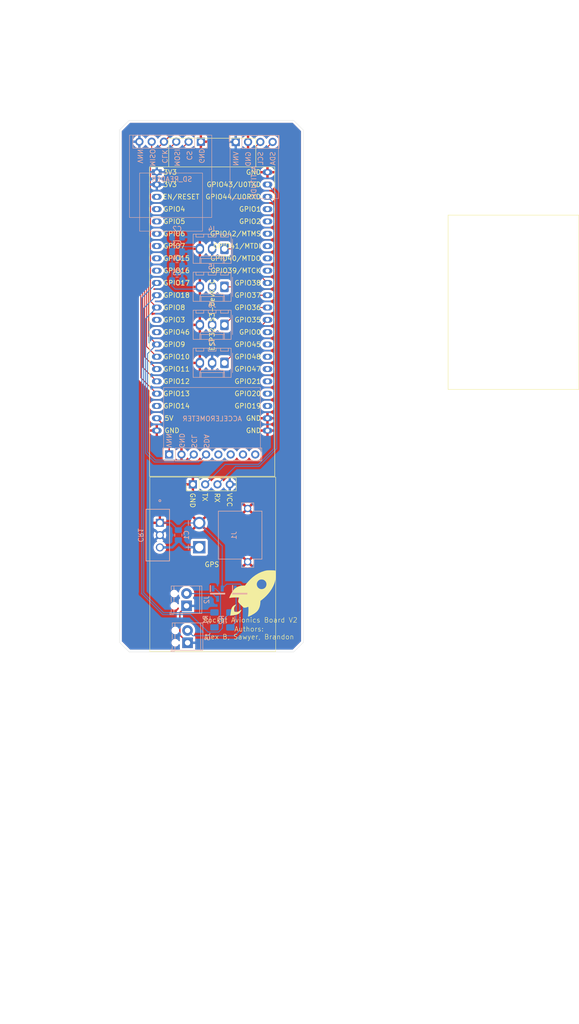
<source format=kicad_pcb>
(kicad_pcb (version 20240108) (generator "pcbnew") (generator_version "8.0")
  (layers (0 "F.Cu" signal) (31 "B.Cu" signal) (34 "B.Paste" user) (35 "F.Paste" user) (36 "B.SilkS" user "B.Silkscreen") (37 "F.SilkS" user "F.Silkscreen") (38 "B.Mask" user) (39 "F.Mask" user) (44 "Edge.Cuts" user))
  (net 0 "")
  (net 1 "SCL")
  (net 3 "GND")
  (net 4 "SDA")
  (net 6 "+5V")
  (net 9 "+3V3")
  (net 10 "TX")
  (net 11 "RX")
  (net 12 "CS")
  (net 13 "MOSI")
  (net 14 "CLK")
  (net 15 "MISO")
  (net 20 "Net-(IC1-B)")
  (net 21 "servo1")
  (net 31 "Net-(IC1-C)")
  (net 34 "servo2")
  (net 35 "Net-(CR1-VIN)")
  (net 36 "Net-(IC2-B)")
  (net 37 "Net-(IC2-C)")
  (net 38 "Parachute1")
  (net 39 "Parachute2")
  (net 40 "servo3")
  (net 41 "servo4")
  (footprint "Connector_PinHeader_2.54mm:PinHeader_1x04_P2.54mm_Vertical" (layer "F.Cu") (at 147.79 105.09 90)
    (property "Reference" "GPS" (at -16.55 3.92 0) (layer "F.SilkS"))
    (property "Value" "Conn_01x04")
    (pad "1" thru_hole rect (at 0 0 90) (size 1.7 1.7) (drill 1) (layers "*.Cu" "*.Mask") (net 3 "GND"))
    (pad "2" thru_hole oval (at 0 2.54 90) (size 1.7 1.7) (drill 1) (layers "*.Cu" "*.Mask") (net 10 "TX"))
    (pad "3" thru_hole oval (at 0 5.08 90) (size 1.7 1.7) (drill 1) (layers "*.Cu" "*.Mask") (net 11 "RX"))
    (pad "4" thru_hole oval (at 0 7.62 90) (size 1.7 1.7) (drill 1) (layers "*.Cu" "*.Mask") (net 9 "+3V3"))
  )
  (footprint "LOGO" (layer "F.Cu") (at 160.02 127.635)
    (property "Reference" "G***" (hide yes))
    (property "Value" "LOGO" (hide yes))
  )
  (footprint "PCM_Espressif:ESP32-S3-DevKitC" (layer "F.Cu") (at 140.335 40.64)
    (property "Reference" "U1" (hide yes))
    (property "Value" "ESP32-S3-DevKitC" (at 11.42632 29.46128 90) (layer "F.SilkS"))
    (fp_text user "GPIO21" (at 21.59 43.18 0) (layer "F.SilkS") (effects (justify right)))
    (fp_text user "GPIO14" (at 1.27 48.26 0) (layer "F.SilkS") (effects (justify left)))
    (fp_text user "GPIO8" (at 1.27 27.94 0) (layer "F.SilkS") (effects (justify left)))
    (fp_text user "GPIO45" (at 21.59 35.56 0) (layer "F.SilkS") (effects (justify right)))
    (fp_text user "GPIO10" (at 1.27 38.1 0) (layer "F.SilkS") (effects (justify left)))
    (fp_text user "3V3" (at 1.27 2.54 0) (layer "F.SilkS") (effects (justify left)))
    (fp_text user "GPIO3" (at 1.27 30.48 0) (layer "F.SilkS") (effects (justify left)))
    (fp_text user "GPIO4" (at 1.27 7.62 0) (layer "F.SilkS") (effects (justify left)))
    (fp_text user "3V3" (at 1.27 0 0) (layer "F.SilkS") (effects (justify left)))
    (fp_text user "GND" (at 21.59 50.8 0) (layer "F.SilkS") (effects (justify right)))
    (fp_text user "GPIO40/MTDO" (at 21.59 17.78 0) (layer "F.SilkS") (effects (justify right)))
    (fp_text user "GPIO1" (at 21.59 7.62 0) (layer "F.SilkS") (effects (justify right)))
    (fp_text user "GPIO42/MTMS" (at 21.59 12.7 0) (layer "F.SilkS") (effects (justify right)))
    (fp_text user "GND" (at 21.59 53.34 0) (layer "F.SilkS") (effects (justify right)))
    (fp_text user "GPIO47" (at 21.59 40.64 0) (layer "F.SilkS") (effects (justify right)))
    (fp_text user "GPIO0" (at 21.59 33.02 0) (layer "F.SilkS") (effects (justify right)))
    (fp_text user "GND" (at 1.52032 53.33728 0) (layer "F.SilkS") (effects (justify left)))
    (fp_text user "GPIO15" (at 1.27 17.78 0) (layer "F.SilkS") (effects (justify left)))
    (fp_text user "GPIO35" (at 21.59 30.48 0) (layer "F.SilkS") (effects (justify right)))
    (fp_text user "GPIO43/U0TXD" (at 21.59 2.54 0) (layer "F.SilkS") (effects (justify right)))
    (fp_text user "GPIO7" (at 1.27 15.24 0) (layer "F.SilkS") (effects (justify left)))
    (fp_text user "GPIO9" (at 1.27 35.56 0) (layer "F.SilkS") (effects (justify left)))
    (fp_text user "GPIO38" (at 21.59 22.86 0) (layer "F.SilkS") (effects (justify right)))
    (fp_text user "GPIO39/MTCK" (at 21.59 20.32 0) (layer "F.SilkS") (effects (justify right)))
    (fp_text user "GPIO16" (at 1.27 20.32 0) (layer "F.SilkS") (effects (justify left)))
    (fp_text user "GPIO48" (at 21.59 38.1 0) (layer "F.SilkS") (effects (justify right)))
    (fp_text user "GPIO11" (at 1.27 40.64 0) (layer "F.SilkS") (effects (justify left)))
    (fp_text user "EN/RESET" (at 8.88632 5.07728 0) (layer "F.SilkS") (effects (justify right)))
    (fp_text user "GND" (at 21.59 0 0) (layer "F.SilkS") (effects (justify right)))
    (fp_text user "GPIO18" (at 1.27 25.4 0) (layer "F.SilkS") (effects (justify left)))
    (fp_text user "GPIO12" (at 1.27 43.18 0) (layer "F.SilkS") (effects (justify left)))
    (fp_text user "GPIO44/U0RXD" (at 21.59 5.08 0) (layer "F.SilkS") (effects (justify right)))
    (fp_text user "5V" (at 1.52032 50.79728 0) (layer "F.SilkS") (effects (justify left)))
    (fp_text user "GPIO19" (at 21.59 48.26 0) (layer "F.SilkS") (effects (justify right)))
    (fp_text user "GPIO20" (at 21.59 45.72 0) (layer "F.SilkS") (effects (justify right)))
    (fp_text user "GPIO6" (at 1.27 12.7 0) (layer "F.SilkS") (effects (justify left)))
    (fp_text user "GPIO36" (at 21.59 27.94 0) (layer "F.SilkS") (effects (justify right)))
    (fp_text user "GPIO17" (at 1.27 22.86 0) (layer "F.SilkS") (effects (justify left)))
    (fp_text user "GPIO5" (at 1.27 10.16 0) (layer "F.SilkS") (effects (justify left)))
    (fp_text user "GPIO46" (at 1.27 33.02 0) (layer "F.SilkS") (effects (justify left)))
    (fp_text user "GPIO37" (at 21.59 25.4 0) (layer "F.SilkS") (effects (justify right)))
    (fp_text user "GPIO13" (at 1.27 45.72 0) (layer "F.SilkS") (effects (justify left)))
    (fp_text user "GPIO41/MTDI" (at 21.59 15.24 0) (layer "F.SilkS") (effects (justify right)))
    (fp_text user "GPIO2" (at 21.59 10.16 0) (layer "F.SilkS") (effects (justify right)))
    (pad "1" thru_hole rect (at 0 0 270) (size 1.2 2) (drill 0.8) (layers "*.Cu" "*.Mask") (net 9 "+3V3"))
    (pad "2" thru_hole oval (at 0 2.54 270) (size 1.2 2) (drill 0.8) (layers "*.Cu" "*.Mask") (net 9 "+3V3"))
    (pad "3" thru_hole oval (at 0 5.08 270) (size 1.2 2) (drill 0.8) (layers "*.Cu" "*.Mask"))
    (pad "4" thru_hole oval (at 0 7.62 270) (size 1.2 2) (drill 0.8) (layers "*.Cu" "*.Mask"))
    (pad "5" thru_hole oval (at 0 10.16 270) (size 1.2 2) (drill 0.8) (layers "*.Cu" "*.Mask"))
    (pad "6" thru_hole oval (at 0 12.7 270) (size 1.2 2) (drill 0.8) (layers "*.Cu" "*.Mask"))
    (pad "7" thru_hole oval (at 0 15.24 270) (size 1.2 2) (drill 0.8) (layers "*.Cu" "*.Mask"))
    (pad "8" thru_hole oval (at 0 17.78 270) (size 1.2 2) (drill 0.8) (layers "*.Cu" "*.Mask"))
    (pad "9" thru_hole oval (at 0 20.32 270) (size 1.2 2) (drill 0.8) (layers "*.Cu" "*.Mask"))
    (pad "10" thru_hole oval (at 0 22.86 270) (size 1.2 2) (drill 0.8) (layers "*.Cu" "*.Mask") (net 39 "Parachute2"))
    (pad "11" thru_hole oval (at 0 25.4 270) (size 1.2 2) (drill 0.8) (layers "*.Cu" "*.Mask") (net 38 "Parachute1"))
    (pad "12" thru_hole oval (at 0 27.94 270) (size 1.2 2) (drill 0.8) (layers "*.Cu" "*.Mask") (net 4 "SDA"))
    (pad "13" thru_hole oval (at 0 30.48 270) (size 1.2 2) (drill 0.8) (layers "*.Cu" "*.Mask"))
    (pad "14" thru_hole oval (at 0 33.02 270) (size 1.2 2) (drill 0.8) (layers "*.Cu" "*.Mask"))
    (pad "15" thru_hole oval (at 0 35.56 270) (size 1.2 2) (drill 0.8) (layers "*.Cu" "*.Mask") (net 1 "SCL"))
    (pad "16" thru_hole oval (at 0 38.1 270) (size 1.2 2) (drill 0.8) (layers "*.Cu" "*.Mask") (net 12 "CS"))
    (pad "17" thru_hole oval (at 0 40.64 270) (size 1.2 2) (drill 0.8) (layers "*.Cu" "*.Mask") (net 13 "MOSI"))
    (pad "18" thru_hole oval (at 0 43.18 270) (size 1.2 2) (drill 0.8) (layers "*.Cu" "*.Mask") (net 14 "CLK"))
    (pad "19" thru_hole oval (at 0 45.72 270) (size 1.2 2) (drill 0.8) (layers "*.Cu" "*.Mask") (net 15 "MISO"))
    (pad "20" thru_hole oval (at -0.00368 48.25728 270) (size 1.2 2) (drill 0.8) (layers "*.Cu" "*.Mask"))
    (pad "21" thru_hole oval (at -0.00368 50.79728 270) (size 1.2 2) (drill 0.8) (layers "*.Cu" "*.Mask") (net 6 "+5V"))
    (pad "22" thru_hole oval (at -0.00368 53.33728 270) (size 1.2 2) (drill 0.8) (layers "*.Cu" "*.Mask") (net 3 "GND"))
    (pad "23" thru_hole oval (at 22.86 53.34 270) (size 1.2 2) (drill 0.8) (layers "*.Cu" "*.Mask") (net 3 "GND"))
    (pad "24" thru_hole oval (at 22.86 50.8 270) (size 1.2 2) (drill 0.8) (layers "*.Cu" "*.Mask") (net 3 "GND"))
    (pad "25" thru_hole oval (at 22.86 48.26 270) (size 1.2 2) (drill 0.8) (layers "*.Cu" "*.Mask"))
    (pad "26" thru_hole oval (at 22.86 45.72 270) (size 1.2 2) (drill 0.8) (layers "*.Cu" "*.Mask"))
    (pad "27" thru_hole oval (at 22.86 43.18 270) (size 1.2 2) (drill 0.8) (layers "*.Cu" "*.Mask"))
    (pad "28" thru_hole oval (at 22.86 40.64 270) (size 1.2 2) (drill 0.8) (layers "*.Cu" "*.Mask"))
    (pad "29" thru_hole oval (at 22.86 38.1 270) (size 1.2 2) (drill 0.8) (layers "*.Cu" "*.Mask"))
    (pad "30" thru_hole oval (at 22.86 35.56 270) (size 1.2 2) (drill 0.8) (layers "*.Cu" "*.Mask"))
    (pad "31" thru_hole oval (at 22.86 33.02 270) (size 1.2 2) (drill 0.8) (layers "*.Cu" "*.Mask"))
    (pad "32" thru_hole oval (at 22.86 30.48 270) (size 1.2 2) (drill 0.8) (layers "*.Cu" "*.Mask") (net 41 "servo4"))
    (pad "33" thru_hole oval (at 22.86 27.94 270) (size 1.2 2) (drill 0.8) (layers "*.Cu" "*.Mask") (net 40 "servo3"))
    (pad "34" thru_hole oval (at 22.86 25.4 270) (size 1.2 2) (drill 0.8) (layers "*.Cu" "*.Mask") (net 34 "servo2"))
    (pad "35" thru_hole oval (at 22.86 22.86 270) (size 1.2 2) (drill 0.8) (layers "*.Cu" "*.Mask") (net 21 "servo1"))
    (pad "36" thru_hole oval (at 22.86 20.32 270) (size 1.2 2) (drill 0.8) (layers "*.Cu" "*.Mask"))
    (pad "37" thru_hole oval (at 22.86 17.78 270) (size 1.2 2) (drill 0.8) (layers "*.Cu" "*.Mask"))
    (pad "38" thru_hole oval (at 22.86 15.24 270) (size 1.2 2) (drill 0.8) (layers "*.Cu" "*.Mask"))
    (pad "39" thru_hole oval (at 22.86 12.7 270) (size 1.2 2) (drill 0.8) (layers "*.Cu" "*.Mask"))
    (pad "40" thru_hole oval (at 22.86 10.16 270) (size 1.2 2) (drill 0.8) (layers "*.Cu" "*.Mask"))
    (pad "41" thru_hole oval (at 22.86 7.62 270) (size 1.2 2) (drill 0.8) (layers "*.Cu" "*.Mask"))
    (pad "42" thru_hole oval (at 22.86 5.08 270) (size 1.2 2) (drill 0.8) (layers "*.Cu" "*.Mask") (net 10 "TX"))
    (pad "43" thru_hole oval (at 22.86 2.54 270) (size 1.2 2) (drill 0.8) (layers "*.Cu" "*.Mask") (net 11 "RX"))
    (pad "44" thru_hole oval (at 22.86 0 270) (size 1.2 2) (drill 0.8) (layers "*.Cu" "*.Mask") (net 3 "GND"))
  )
  (footprint "Connector_Molex:Molex_KK-254_AE-6410-03A_1x03_P2.54mm_Vertical" (layer "B.Cu") (at 154.305 56.46 180)
    (property "Reference" "J4" (at 2.54 4.12 0) (layer "B.SilkS") (effects (justify mirror)))
    (property "Value" "Conn_01x03")
    (pad "1" thru_hole roundrect (at 0 0 180) (size 1.74 2.19) (drill 1.19) (layers "*.Cu" "*.Mask") (roundrect_rratio 0.143678) (net 21 "servo1"))
    (pad "2" thru_hole oval (at 2.54 0 180) (size 1.74 2.19) (drill 1.19) (layers "*.Cu" "*.Mask") (net 9 "+3V3"))
    (pad "3" thru_hole oval (at 5.08 0 180) (size 1.74 2.19) (drill 1.19) (layers "*.Cu" "*.Mask") (net 3 "GND"))
  )
  (footprint "Resistor_SMD:R_1206_3216Metric_Pad1.30x1.75mm_HandSolder" (layer "B.Cu") (at 155.535 133.08 -90)
    (property "Reference" "R2" (at 0 1.82 90) (layer "B.SilkS") (effects (justify mirror)))
    (property "Value" "R_US")
    (pad "1" smd roundrect (at -1.55 0 270) (size 1.3 1.75) (layers "B.Cu" "B.Paste" "B.Mask") (roundrect_rratio 0.192308) (net 39 "Parachute2"))
    (pad "2" smd roundrect (at 1.55 0 270) (size 1.3 1.75) (layers "B.Cu" "B.Paste" "B.Mask") (roundrect_rratio 0.192308) (net 36 "Net-(IC2-B)"))
  )
  (footprint "TerminalBlock_Phoenix:TerminalBlock_Phoenix_MPT-0,5-2-2.54_1x02_P2.54mm_Horizontal" (layer "B.Cu") (at 146.685 137.795 90)
    (property "Reference" "J3" (at 1.27 4.16 90) (layer "B.SilkS") (effects (justify mirror)))
    (property "Value" "Screw_Terminal_01x02")
    (pad "" np_thru_hole circle (at 0 -2.54 90) (size 1.1 1.1) (drill 1.1) (layers "*.Cu" "*.Mask"))
    (pad "" np_thru_hole circle (at 2.54 -2.54 90) (size 1.1 1.1) (drill 1.1) (layers "*.Cu" "*.Mask"))
    (pad "1" thru_hole rect (at 0 0 90) (size 2.2 2.2) (drill 1.1) (layers "*.Cu" "*.Mask") (net 9 "+3V3"))
    (pad "2" thru_hole circle (at 2.54 0 90) (size 2.2 2.2) (drill 1.1) (layers "*.Cu" "*.Mask") (net 37 "Net-(IC2-C)"))
  )
  (footprint "SamacSys_Parts:SOT96P237X111-3N" (layer "B.Cu") (at 152.895 127.655 -90)
    (property "Reference" "IC1" (hide yes))
    (property "Value" "MMBT2222ALT1G" (hide yes))
    (pad "1" smd rect (at -1.05 0.955 180) (size 0.6 1.25) (layers "B.Cu" "B.Paste" "B.Mask") (net 20 "Net-(IC1-B)"))
    (pad "2" smd rect (at -1.05 -0.955 180) (size 0.6 1.25) (layers "B.Cu" "B.Paste" "B.Mask") (net 3 "GND"))
    (pad "3" smd rect (at 1.05 0 180) (size 0.6 1.25) (layers "B.Cu" "B.Paste" "B.Mask") (net 31 "Net-(IC1-C)"))
  )
  (footprint "Connector_Molex:Molex_KK-254_AE-6410-03A_1x03_P2.54mm_Vertical" (layer "B.Cu") (at 154.305 80.01 180)
    (property "Reference" "J7" (at 2.54 4.12 0) (layer "B.SilkS") (effects (justify mirror)))
    (property "Value" "Conn_01x03")
    (pad "1" thru_hole roundrect (at 0 0 180) (size 1.74 2.19) (drill 1.19) (layers "*.Cu" "*.Mask") (roundrect_rratio 0.143678) (net 41 "servo4"))
    (pad "2" thru_hole oval (at 2.54 0 180) (size 1.74 2.19) (drill 1.19) (layers "*.Cu" "*.Mask") (net 9 "+3V3"))
    (pad "3" thru_hole oval (at 5.08 0 180) (size 1.74 2.19) (drill 1.19) (layers "*.Cu" "*.Mask") (net 3 "GND"))
  )
  (footprint "SamacSys_Parts:SOT96P237X111-3N" (layer "B.Cu") (at 157.485 127.655 -90)
    (property "Reference" "IC2" (hide yes))
    (property "Value" "MMBT2222ALT1G" (hide yes))
    (pad "1" smd rect (at -1.05 0.955 180) (size 0.6 1.25) (layers "B.Cu" "B.Paste" "B.Mask") (net 36 "Net-(IC2-B)"))
    (pad "2" smd rect (at -1.05 -0.955 180) (size 0.6 1.25) (layers "B.Cu" "B.Paste" "B.Mask") (net 3 "GND"))
    (pad "3" smd rect (at 1.05 0 180) (size 0.6 1.25) (layers "B.Cu" "B.Paste" "B.Mask") (net 37 "Net-(IC2-C)"))
  )
  (footprint "Capacitor_SMD:C_0805_2012Metric_Pad1.18x1.45mm_HandSolder" (layer "B.Cu") (at 144.525 63.05 180)
    (property "Reference" "C5" (at 0 1.68 0) (layer "B.SilkS") (effects (justify mirror)))
    (property "Value" "C")
    (pad "1" smd roundrect (at -1.0375 0 180) (size 1.175 1.45) (layers "B.Cu" "B.Paste" "B.Mask") (roundrect_rratio 0.212766) (net 9 "+3V3"))
    (pad "2" smd roundrect (at 1.0375 0 180) (size 1.175 1.45) (layers "B.Cu" "B.Paste" "B.Mask") (roundrect_rratio 0.212766) (net 3 "GND"))
  )
  (footprint "Connector_PinHeader_2.54mm:PinHeader_1x06_P2.54mm_Vertical" (layer "B.Cu") (at 149.43685 34.339183 90)
    (property "Reference" "SD_READER" (at -7.740817 -6.006849 0) (layer "B.SilkS") (effects (justify mirror)))
    (property "Value" "Conn_01x06")
    (pad "1" thru_hole rect (at 0 0 90) (size 1.7 1.7) (drill 1) (layers "*.Cu" "*.Mask") (net 3 "GND"))
    (pad "2" thru_hole oval (at 0 -2.54 90) (size 1.7 1.7) (drill 1) (layers "*.Cu" "*.Mask") (net 12 "CS"))
    (pad "3" thru_hole oval (at 0 -5.08 90) (size 1.7 1.7) (drill 1) (layers "*.Cu" "*.Mask") (net 13 "MOSI"))
    (pad "4" thru_hole oval (at 0 -7.62 90) (size 1.7 1.7) (drill 1) (layers "*.Cu" "*.Mask") (net 14 "CLK"))
    (pad "5" thru_hole oval (at 0 -10.16 90) (size 1.7 1.7) (drill 1) (layers "*.Cu" "*.Mask") (net 15 "MISO"))
    (pad "6" thru_hole oval (at 0 -12.7 90) (size 1.7 1.7) (drill 1) (layers "*.Cu" "*.Mask") (net 9 "+3V3"))
  )
  (footprint "Connector_Molex:Molex_KK-254_AE-6410-03A_1x03_P2.54mm_Vertical" (layer "B.Cu") (at 154.305 72.16 180)
    (property "Reference" "J6" (at 2.54 4.12 0) (layer "B.SilkS") (effects (justify mirror)))
    (property "Value" "Conn_01x03")
    (pad "1" thru_hole roundrect (at 0 0 180) (size 1.74 2.19) (drill 1.19) (layers "*.Cu" "*.Mask") (roundrect_rratio 0.143678) (net 40 "servo3"))
    (pad "2" thru_hole oval (at 2.54 0 180) (size 1.74 2.19) (drill 1.19) (layers "*.Cu" "*.Mask") (net 9 "+3V3"))
    (pad "3" thru_hole oval (at 5.08 0 180) (size 1.74 2.19) (drill 1.19) (layers "*.Cu" "*.Mask") (net 3 "GND"))
  )
  (footprint "XT30PW-M:AMASS_XT30PW-M" (layer "B.Cu") (at 159.09925 115.57 90)
    (property "Reference" "J1" (at -0.0625 -2.81 90) (layer "B.SilkS") (effects (justify mirror)))
    (property "Value" "XT30PW-M")
    (pad "N" thru_hole circle (at 2.5 -10 90) (size 2.55 2.55) (drill 1.7) (layers "*.Cu" "*.Mask") (net 3 "GND"))
    (pad "P" thru_hole rect (at -2.5 -10 90) (size 2.55 2.55) (drill 1.7) (layers "*.Cu" "*.Mask") (net 35 "Net-(CR1-VIN)"))
    (pad "S1" thru_hole circle (at 5.5 0 90) (size 1.508 1.508) (drill 1) (layers "*.Cu" "*.Mask") (net 3 "GND"))
    (pad "S2" thru_hole circle (at -5.5 0 90) (size 1.508 1.508) (drill 1) (layers "*.Cu" "*.Mask") (net 3 "GND"))
  )
  (footprint "LD1117V33:TO-220_STM" (layer "B.Cu") (at 140.97 113.03 -90)
    (property "Reference" "CR1" (at 2.54 4 -90) (layer "B.SilkS") (effects (justify mirror)))
    (property "Value" "LD1117V33")
    (pad "1" thru_hole rect (at 0 0 270) (size 1.651 1.651) (drill 1.143) (layers "*.Cu" "*.Mask") (net 3 "GND"))
    (pad "2" thru_hole circle (at 2.54 0 270) (size 1.651 1.651) (drill 1.143) (layers "*.Cu" "*.Mask") (net 9 "+3V3"))
    (pad "3" thru_hole circle (at 5.08 0 270) (size 1.651 1.651) (drill 1.143) (layers "*.Cu" "*.Mask") (net 35 "Net-(CR1-VIN)"))
  )
  (footprint "Resistor_SMD:R_1206_3216Metric_Pad1.30x1.75mm_HandSolder" (layer "B.Cu") (at 152.245 133.08 -90)
    (property "Reference" "R1" (at 0 1.82 90) (layer "B.SilkS") (effects (justify mirror)))
    (property "Value" "R_US")
    (pad "1" smd roundrect (at -1.55 0 270) (size 1.3 1.75) (layers "B.Cu" "B.Paste" "B.Mask") (roundrect_rratio 0.192308) (net 38 "Parachute1"))
    (pad "2" smd roundrect (at 1.55 0 270) (size 1.3 1.75) (layers "B.Cu" "B.Paste" "B.Mask") (roundrect_rratio 0.192308) (net 20 "Net-(IC1-B)"))
  )
  (footprint "Capacitor_SMD:C_0805_2012Metric_Pad1.18x1.45mm_HandSolder" (layer "B.Cu") (at 144.525 54.02 180)
    (property "Reference" "C2" (at 0 1.68 0) (layer "B.SilkS") (effects (justify mirror)))
    (property "Value" "C")
    (pad "1" smd roundrect (at -1.0375 0 180) (size 1.175 1.45) (layers "B.Cu" "B.Paste" "B.Mask") (roundrect_rratio 0.212766) (net 9 "+3V3"))
    (pad "2" smd roundrect (at 1.0375 0 180) (size 1.175 1.45) (layers "B.Cu" "B.Paste" "B.Mask") (roundrect_rratio 0.212766) (net 3 "GND"))
  )
  (footprint "Capacitor_SMD:C_0805_2012Metric_Pad1.18x1.45mm_HandSolder" (layer "B.Cu") (at 144.525 57.03 180)
    (property "Reference" "C3" (at 0 1.68 0) (layer "B.SilkS") (effects (justify mirror)))
    (property "Value" "C")
    (pad "1" smd roundrect (at -1.0375 0 180) (size 1.175 1.45) (layers "B.Cu" "B.Paste" "B.Mask") (roundrect_rratio 0.212766) (net 9 "+3V3"))
    (pad "2" smd roundrect (at 1.0375 0 180) (size 1.175 1.45) (layers "B.Cu" "B.Paste" "B.Mask") (roundrect_rratio 0.212766) (net 3 "GND"))
  )
  (footprint "TerminalBlock_Phoenix:TerminalBlock_Phoenix_MPT-0,5-2-2.54_1x02_P2.54mm_Horizontal" (layer "B.Cu") (at 146.475 130.175 90)
    (property "Reference" "J2" (at 1.27 4.16 90) (layer "B.SilkS") (effects (justify mirror)))
    (property "Value" "Screw_Terminal_01x02")
    (pad "" np_thru_hole circle (at 0 -2.54 90) (size 1.1 1.1) (drill 1.1) (layers "*.Cu" "*.Mask"))
    (pad "" np_thru_hole circle (at 2.54 -2.54 90) (size 1.1 1.1) (drill 1.1) (layers "*.Cu" "*.Mask"))
    (pad "1" thru_hole rect (at 0 0 90) (size 2.2 2.2) (drill 1.1) (layers "*.Cu" "*.Mask") (net 9 "+3V3"))
    (pad "2" thru_hole circle (at 2.54 0 90) (size 2.2 2.2) (drill 1.1) (layers "*.Cu" "*.Mask") (net 31 "Net-(IC1-C)"))
  )
  (footprint "Connector_Molex:Molex_KK-254_AE-6410-03A_1x03_P2.54mm_Vertical" (layer "B.Cu") (at 154.305 64.31 180)
    (property "Reference" "J5" (at 2.54 4.12 0) (layer "B.SilkS") (effects (justify mirror)))
    (property "Value" "Conn_01x03")
    (pad "1" thru_hole roundrect (at 0 0 180) (size 1.74 2.19) (drill 1.19) (layers "*.Cu" "*.Mask") (roundrect_rratio 0.143678) (net 34 "servo2"))
    (pad "2" thru_hole oval (at 2.54 0 180) (size 1.74 2.19) (drill 1.19) (layers "*.Cu" "*.Mask") (net 9 "+3V3"))
    (pad "3" thru_hole oval (at 5.08 0 180) (size 1.74 2.19) (drill 1.19) (layers "*.Cu" "*.Mask") (net 3 "GND"))
  )
  (footprint "Connector_PinHeader_2.54mm:PinHeader_1x08_P2.54mm_Vertical" (layer "B.Cu") (at 142.89 98.917093 -90)
    (property "Reference" "ACCELEROMETER" (at -7.383017 -8.89 0) (layer "B.SilkS") (effects (justify mirror)))
    (property "Value" "Conn_01x08")
    (pad "1" thru_hole rect (at 0 0 270) (size 1.7 1.7) (drill 1) (layers "*.Cu" "*.Mask") (net 6 "+5V"))
    (pad "2" thru_hole oval (at 0 -2.54 270) (size 1.7 1.7) (drill 1) (layers "*.Cu" "*.Mask") (net 3 "GND"))
    (pad "3" thru_hole oval (at 0 -5.08 270) (size 1.7 1.7) (drill 1) (layers "*.Cu" "*.Mask") (net 1 "SCL"))
    (pad "4" thru_hole oval (at 0 -7.62 270) (size 1.7 1.7) (drill 1) (layers "*.Cu" "*.Mask") (net 4 "SDA"))
    (pad "5" thru_hole oval (at 0 -10.16 270) (size 1.7 1.7) (drill 1) (layers "*.Cu" "*.Mask"))
    (pad "6" thru_hole oval (at 0 -12.7 270) (size 1.7 1.7) (drill 1) (layers "*.Cu" "*.Mask"))
    (pad "7" thru_hole oval (at 0 -15.24 270) (size 1.7 1.7) (drill 1) (layers "*.Cu" "*.Mask"))
    (pad "8" thru_hole oval (at 0 -17.78 270) (size 1.7 1.7) (drill 1) (layers "*.Cu" "*.Mask"))
  )
  (footprint "Connector_PinHeader_2.54mm:PinHeader_1x04_P2.54mm_Vertical" (layer "B.Cu") (at 156.635 34.385 -90)
    (property "Reference" "ALTITUDE" (at 8.255 -3.751729 90) (layer "B.SilkS") (effects (justify mirror)))
    (property "Value" "Conn_01x04")
    (pad "1" thru_hole rect (at 0 0 270) (size 1.7 1.7) (drill 1) (layers "*.Cu" "*.Mask") (net 9 "+3V3"))
    (pad "2" thru_hole oval (at 0 -2.54 270) (size 1.7 1.7) (drill 1) (layers "*.Cu" "*.Mask") (net 3 "GND"))
    (pad "3" thru_hole oval (at 0 -5.08 270) (size 1.7 1.7) (drill 1) (layers "*.Cu" "*.Mask") (net 1 "SCL"))
    (pad "4" thru_hole oval (at 0 -7.62 270) (size 1.7 1.7) (drill 1) (layers "*.Cu" "*.Mask") (net 4 "SDA"))
  )
  (footprint "Capacitor_SMD:C_0805_2012Metric_Pad1.18x1.45mm_HandSolder" (layer "B.Cu") (at 144.78 115.57 90)
    (property "Reference" "C1" (at 0 1.68 90) (layer "B.SilkS") (effects (justify mirror)))
    (property "Value" "C")
    (pad "1" smd roundrect (at -1.0375 0 90) (size 1.175 1.45) (layers "B.Cu" "B.Paste" "B.Mask") (roundrect_rratio 0.212766) (net 35 "Net-(CR1-VIN)"))
    (pad "2" smd roundrect (at 1.0375 0 90) (size 1.175 1.45) (layers "B.Cu" "B.Paste" "B.Mask") (roundrect_rratio 0.212766) (net 3 "GND"))
  )
  (footprint "Capacitor_SMD:C_0805_2012Metric_Pad1.18x1.45mm_HandSolder" (layer "B.Cu") (at 144.525 60.04 180)
    (property "Reference" "C4" (at 0 1.68 0) (layer "B.SilkS") (effects (justify mirror)))
    (property "Value" "C")
    (pad "1" smd roundrect (at -1.0375 0 180) (size 1.175 1.45) (layers "B.Cu" "B.Paste" "B.Mask") (roundrect_rratio 0.212766) (net 9 "+3V3"))
    (pad "2" smd roundrect (at 1.0375 0 180) (size 1.175 1.45) (layers "B.Cu" "B.Paste" "B.Mask") (roundrect_rratio 0.212766) (net 3 "GND"))
  )
  (gr_rect (start 155.466729 33.071329) (end 165.466729 46.071329) (stroke (width 0.1)) (fill none) (layer "B.SilkS"))
  (gr_rect (start 136.780001 40.81) (end 149.780001 52.81) (stroke (width 0.1)) (fill none) (layer "B.SilkS"))
  (gr_rect (start 141.737509 85.09) (end 161.737509 100.09) (stroke (width 0.1)) (fill none) (layer "B.SilkS"))
  (gr_rect (start 134.685001 32.985) (end 151.685001 49.985) (stroke (width 0.1)) (fill none) (layer "B.SilkS"))
  (gr_rect (start 200.5 49.5) (end 227.5 85.5) (stroke (width 0.1)) (fill none) (layer "F.SilkS"))
  (gr_rect (start 138.89 103.6) (end 164.89 139.6) (stroke (width 0.1)) (fill none) (layer "F.SilkS"))
  (gr_line (start 170.605 31.94) (end 168.605 29.94) (stroke (width 0.05)) (layer "Edge.Cuts"))
  (gr_line (start 132.605 31.94) (end 132.62 137.7) (stroke (width 0.05)) (layer "Edge.Cuts"))
  (gr_line (start 170.62 137.7) (end 168.62 139.7) (stroke (width 0.05)) (layer "Edge.Cuts"))
  (gr_line (start 134.62 139.7) (end 132.62 137.7) (stroke (width 0.05)) (layer "Edge.Cuts"))
  (gr_line (start 170.605 31.94) (end 170.62 137.7) (stroke (width 0.05)) (layer "Edge.Cuts"))
  (gr_line (start 134.605 29.94) (end 132.605 31.94) (stroke (width 0.05)) (layer "Edge.Cuts"))
  (gr_line (start 168.605 29.94) (end 134.605 29.94) (stroke (width 0.05)) (layer "Edge.Cuts"))
  (gr_line (start 168.62 139.7) (end 134.62 139.7) (stroke (width 0.05)) (layer "Edge.Cuts"))
  (gr_text "SDA" (at 149.992509 97.67 -90) (layer "B.SilkS") (effects (font (size 1 1)) (justify left bottom mirror)))
  (gr_text "MOSI" (at 143.915001 39.54 -90) (layer "B.SilkS") (effects (font (size 1 1)) (justify left bottom mirror)))
  (gr_text "GND" (at 148.995001 38.905 -90) (layer "B.SilkS") (effects (font (size 1 1)) (justify left bottom mirror)))
  (gr_text "GND" (at 144.912509 97.67 -90) (layer "B.SilkS") (effects (font (size 1 1)) (justify left bottom mirror)))
  (gr_text "CLK" (at 141.375001 38.905 -90) (layer "B.SilkS") (effects (font (size 1 1)) (justify left bottom mirror)))
  (gr_text "GND" (at 159.81 36.29 90) (layer "B.SilkS") (effects (font (size 1 1)) (justify left bottom mirror)))
  (gr_text "SCL" (at 162.35 36.29 90) (layer "B.SilkS") (effects (font (size 1 1)) (justify left bottom mirror)))
  (gr_text "VNN" (at 136.295001 38.905 -90) (layer "B.SilkS") (effects (font (size 1 1)) (justify left bottom mirror)))
  (gr_text "VNN" (at 142.225 97.587093 -90) (layer "B.SilkS") (effects (font (size 1 1)) (justify left bottom mirror)))
  (gr_text "CS" (at 146.455001 38.27 -90) (layer "B.SilkS") (effects (font (size 1 1)) (justify left bottom mirror)))
  (gr_text "MISO" (at 138.835001 39.54 -90) (layer "B.SilkS") (effects (font (size 1 1)) (justify left bottom mirror)))
  (gr_text "SCL" (at 147.452509 97.67 -90) (layer "B.SilkS") (effects (font (size 1 1)) (justify left bottom mirror)))
  (gr_text "VNN" (at 157.27 36.29 90) (layer "B.SilkS") (effects (font (size 1 1)) (justify left bottom mirror)))
  (gr_text "SDA" (at 164.89 36.29 90) (layer "B.SilkS") (effects (font (size 1 1)) (justify left bottom mirror)))
  (gr_text "VCC" (at 154.765 106.775 -90) (layer "F.SilkS") (effects (font (size 1 1)) (justify left bottom)))
  (gr_text "TX" (at 149.685 106.775 -90) (layer "F.SilkS") (effects (font (size 1 1)) (justify left bottom)))
  (gr_text "Rocket Avionics Board V2" (at 149.845 133.695 0) (layer "F.SilkS") (effects (font (size 1 1) (thickness 0.1)) (justify left bottom)))
  (gr_text "RX" (at 152.225 106.775 -90) (layer "F.SilkS") (effects (font (size 1 1)) (justify left bottom)))
  (gr_text "Authors:\nAlex B, Sawyer, Brandon" (at 159.385 137.16 0) (layer "F.SilkS") (effects (font (size 1 1) (thickness 0.1)) (justify bottom)))
  (gr_text "GND" (at 147.145 106.775 -90) (layer "F.SilkS") (effects (font (size 1 1)) (justify left bottom)))
  (segment (start 161.715 34.385) (end 157.765 38.335) (width 0.2) (layer "F.Cu") (net 1))
  (segment (start 138.635 39.234314) (end 138.635 74.5) (width 0.2) (layer "F.Cu") (net 1))
  (segment (start 138.635 74.5) (end 140.335 76.2) (width 0.2) (layer "F.Cu") (net 1))
  (segment (start 139.534314 38.335) (end 138.635 39.234314) (width 0.2) (layer "F.Cu") (net 1))
  (segment (start 157.765 38.335) (end 139.534314 38.335) (width 0.2) (layer "F.Cu") (net 1))
  (segment (start 140.072093 100.067093) (end 138.43 98.425) (width 0.2) (layer "B.Cu") (net 1))
  (segment (start 146.82 100.067093) (end 140.072093 100.067093) (width 0.2) (layer "B.Cu") (net 1))
  (segment (start 147.97 98.917093) (end 146.82 100.067093) (width 0.2) (layer "B.Cu") (net 1))
  (segment (start 138.43 98.425) (end 138.43 78.105) (width 0.2) (layer "B.Cu") (net 1))
  (segment (start 138.43 78.105) (end 140.335 76.2) (width 0.2) (layer "B.Cu") (net 1))
  (segment (start 148.765 64.77) (end 149.225 64.31) (width 0.2) (layer "B.Cu") (net 3))
  (segment (start 143.4875 57.03) (end 144.5125 56.005) (width 0.2) (layer "B.Cu") (net 3))
  (segment (start 143.4875 54.02) (end 143.4875 63.05) (width 0.2) (layer "B.Cu") (net 3))
  (segment (start 149.09925 113.07) (end 146.2425 113.07) (width 0.2) (layer "B.Cu") (net 3))
  (segment (start 154.775 125.68) (end 157.515 125.68) (width 0.2) (layer "B.Cu") (net 3))
  (segment (start 153.85 117.82075) (end 153.85 126.605) (width 0.2) (layer "B.Cu") (net 3))
  (segment (start 143.4875 64.1125) (end 144.145 64.77) (width 0.2) (layer "B.Cu") (net 3))
  (segment (start 143.2775 113.03) (end 140.97 113.03) (width 0.2) (layer "B.Cu") (net 3))
  (segment (start 149.09925 113.07) (end 153.85 117.82075) (width 0.2) (layer "B.Cu") (net 3))
  (segment (start 144.5125 56.005) (end 148.77 56.005) (width 0.2) (layer "B.Cu") (net 3))
  (segment (start 146.2425 113.07) (end 144.78 114.5325) (width 0.2) (layer "B.Cu") (net 3))
  (segment (start 157.515 125.68) (end 158.44 126.605) (width 0.2) (layer "B.Cu") (net 3))
  (segment (start 144.78 114.5325) (end 143.2775 113.03) (width 0.2) (layer "B.Cu") (net 3))
  (segment (start 144.145 64.77) (end 148.765 64.77) (width 0.2) (layer "B.Cu") (net 3))
  (segment (start 153.85 126.605) (end 154.775 125.68) (width 0.2) (layer "B.Cu") (net 3))
  (segment (start 148.77 56.005) (end 149.225 56.46) (width 0.2) (layer "B.Cu") (net 3))
  (segment (start 143.4875 63.05) (end 143.4875 64.1125) (width 0.2) (layer "B.Cu") (net 3))
  (segment (start 139.035 39.4) (end 139.7 38.735) (width 0.2) (layer "F.Cu") (net 4))
  (segment (start 159.905 38.735) (end 164.255 34.385) (width 0.2) (layer "F.Cu") (net 4))
  (segment (start 140.335 68.58) (end 139.035 67.28) (width 0.2) (layer "F.Cu") (net 4))
  (segment (start 139.7 38.735) (end 159.905 38.735) (width 0.2) (layer "F.Cu") (net 4))
  (segment (start 139.035 67.28) (end 139.035 39.4) (width 0.2) (layer "F.Cu") (net 4))
  (segment (start 138.03 98.66) (end 138.03 70.885) (width 0.2) (layer "B.Cu") (net 4))
  (segment (start 148.96 100.467093) (end 139.837093 100.467093) (width 0.2) (layer "B.Cu") (net 4))
  (segment (start 138.03 70.885) (end 140.335 68.58) (width 0.2) (layer "B.Cu") (net 4))
  (segment (start 139.837093 100.467093) (end 138.03 98.66) (width 0.2) (layer "B.Cu") (net 4))
  (segment (start 150.51 98.917093) (end 148.96 100.467093) (width 0.2) (layer "B.Cu") (net 4))
  (segment (start 142.89 98.917093) (end 142.89 93.99596) (width 0.3) (layer "F.Cu") (net 6))
  (segment (start 142.89 93.99596) (end 140.33132 91.43728) (width 0.3) (layer "F.Cu") (net 6))
  (segment (start 145.095 131.555) (end 146.475 130.175) (width 0.3) (layer "F.Cu") (net 9))
  (segment (start 145.095 136.205) (end 145.095 131.555) (width 0.3) (layer "F.Cu") (net 9))
  (segment (start 146.685 137.795) (end 145.095 136.205) (width 0.3) (layer "F.Cu") (net 9))
  (segment (start 164.495 97.76) (end 164.495 47.02) (width 0.2) (layer "B.Cu") (net 10))
  (segment (start 154.455 100.965) (end 161.29 100.965) (width 0.2) (layer "B.Cu") (net 10))
  (segment (start 161.29 100.965) (end 164.495 97.76) (width 0.2) (layer "B.Cu") (net 10))
  (segment (start 164.495 47.02) (end 163.195 45.72) (width 0.2) (layer "B.Cu") (net 10))
  (segment (start 150.33 105.09) (end 154.455 100.965) (width 0.2) (layer "B.Cu") (net 10))
  (segment (start 165.1 45.085) (end 163.195 43.18) (width 0.2) (layer "B.Cu") (net 11))
  (segment (start 156.595 101.365) (end 161.455686 101.365) (width 0.2) (layer "B.Cu") (net 11))
  (segment (start 152.87 105.09) (end 156.595 101.365) (width 0.2) (layer "B.Cu") (net 11))
  (segment (start 165.1 97.720686) (end 165.1 45.085) (width 0.2) (layer "B.Cu") (net 11))
  (segment (start 161.455686 101.365) (end 165.1 97.720686) (width 0.2) (layer "B.Cu") (net 11))
  (segment (start 146.89685 34.339183) (end 143.301033 37.935) (width 0.2) (layer "F.Cu") (net 12))
  (segment (start 139.368628 37.935) (end 138.235 39.068628) (width 0.2) (layer "F.Cu") (net 12))
  (segment (start 138.235 76.64) (end 140.335 78.74) (width 0.2) (layer "F.Cu") (net 12))
  (segment (start 138.235 39.068628) (end 138.235 76.64) (width 0.2) (layer "F.Cu") (net 12))
  (segment (start 143.301033 37.935) (end 139.368628 37.935) (width 0.2) (layer "F.Cu") (net 12))
  (segment (start 144.35685 34.339183) (end 141.161033 37.535) (width 0.2) (layer "F.Cu") (net 13))
  (segment (start 137.835 38.902942) (end 137.835 78.78) (width 0.2) (layer "F.Cu") (net 13))
  (segment (start 137.835 78.78) (end 140.335 81.28) (width 0.2) (layer "F.Cu") (net 13))
  (segment (start 139.202942 37.535) (end 137.835 38.902942) (width 0.2) (layer "F.Cu") (net 13))
  (segment (start 141.161033 37.535) (end 139.202942 37.535) (width 0.2) (layer "F.Cu") (net 13))
  (segment (start 137.435 38.737256) (end 137.435 80.92) (width 0.2) (layer "F.Cu") (net 14))
  (segment (start 142.983073 33.189183) (end 137.435 38.737256) (width 0.2) (layer "F.Cu") (net 14))
  (segment (start 142.96685 33.189183) (end 142.983073 33.189183) (width 0.2) (layer "F.Cu") (net 14))
  (segment (start 137.435 80.92) (end 140.335 83.82) (width 0.2) (layer "F.Cu") (net 14))
  (segment (start 141.81685 34.339183) (end 142.96685 33.189183) (width 0.2) (layer "F.Cu") (net 14))
  (segment (start 137.035 83.06) (end 140.335 86.36) (width 0.2) (layer "F.Cu") (net 15))
  (segment (start 139.27685 34.339183) (end 139.27685 36.32972) (width 0.2) (layer "F.Cu") (net 15))
  (segment (start 137.035 38.57157) (end 137.035 83.06) (width 0.2) (layer "F.Cu") (net 15))
  (segment (start 139.27685 36.32972) (end 137.035 38.57157) (width 0.2) (layer "F.Cu") (net 15))
  (segment (start 153.495 133.38) (end 152.245 134.63) (width 0.2) (layer "B.Cu") (net 20))
  (segment (start 152.44 126.605) (end 153.495 127.66) (width 0.2) (layer "B.Cu") (net 20))
  (segment (start 153.495 127.66) (end 153.495 133.38) (width 0.2) (layer "B.Cu") (net 20))
  (segment (start 151.94 126.605) (end 152.44 126.605) (width 0.2) (layer "B.Cu") (net 20))
  (segment (start 156.155 56.46) (end 163.195 63.5) (width 0.2) (layer "F.Cu") (net 21))
  (segment (start 154.305 56.46) (end 156.155 56.46) (width 0.2) (layer "F.Cu") (net 21))
  (segment (start 151.825 127.635) (end 152.895 128.705) (width 0.2) (layer "B.Cu") (net 31))
  (segment (start 146.475 127.635) (end 151.825 127.635) (width 0.2) (layer "B.Cu") (net 31))
  (segment (start 154.305 64.31) (end 155.75 64.31) (width 0.2) (layer "F.Cu") (net 34))
  (segment (start 155.75 64.31) (end 157.48 66.04) (width 0.2) (layer "F.Cu") (net 34))
  (segment (start 157.48 66.04) (end 163.195 66.04) (width 0.2) (layer "F.Cu") (net 34))
  (segment (start 144.78 116.6075) (end 144.78 116.84) (width 0.2) (layer "B.Cu") (net 35))
  (segment (start 144.78 116.84) (end 143.51 118.11) (width 0.5) (layer "B.Cu") (net 35))
  (segment (start 143.51 118.11) (end 140.97 118.11) (width 0.5) (layer "B.Cu") (net 35))
  (segment (start 149.09925 118.07) (end 146.2425 118.07) (width 0.5) (layer "B.Cu") (net 35))
  (segment (start 146.2425 118.07) (end 144.78 116.6075) (width 0.5) (layer "B.Cu") (net 35))
  (segment (start 156.71 126.785) (end 156.71 133.455) (width 0.2) (layer "B.Cu") (net 36))
  (segment (start 156.53 126.605) (end 156.71 126.785) (width 0.2) (layer "B.Cu") (net 36))
  (segment (start 156.71 133.455) (end 155.535 134.63) (width 0.2) (layer "B.Cu") (net 36))
  (segment (start 157.485 135.25) (end 157.485 128.705) (width 0.2) (layer "B.Cu") (net 37))
  (segment (start 156.380001 136.354999) (end 157.485 135.25) (width 0.2) (layer "B.Cu") (net 37))
  (segment (start 147.784999 136.354999) (end 156.380001 136.354999) (width 0.2) (layer "B.Cu") (net 37))
  (segment (start 146.685 135.255) (end 147.784999 136.354999) (width 0.2) (layer "B.Cu") (net 37))
  (segment (start 141.735 131.575) (end 137.63 127.47) (width 0.2) (layer "B.Cu") (net 38))
  (segment (start 137.63 127.47) (end 137.63 68.745) (width 0.2) (layer "B.Cu") (net 38))
  (segment (start 152.245 131.53) (end 152.2 131.575) (width 0.2) (layer "B.Cu") (net 38))
  (segment (start 137.63 68.745) (end 140.335 66.04) (width 0.2) (layer "B.Cu") (net 38))
  (segment (start 152.2 131.575) (end 141.735 131.575) (width 0.2) (layer "B.Cu") (net 38))
  (segment (start 137.16 127.635) (end 137.23 127.565) (width 0.2) (layer "B.Cu") (net 39))
  (segment (start 153.895 133.17) (end 153.895 134.789744) (width 0.2) (layer "B.Cu") (net 39))
  (segment (start 137.23 66.605) (end 140.335 63.5) (width 0.2) (layer "B.Cu") (net 39))
  (segment (start 153.895 134.789744) (end 153.104744 135.58) (width 0.2) (layer "B.Cu") (net 39))
  (segment (start 147.32 131.975) (end 141.569314 131.975) (width 0.2) (layer "B.Cu") (net 39))
  (segment (start 137.23 127.565) (end 137.23 66.605) (width 0.2) (layer "B.Cu") (net 39))
  (segment (start 137.229314 127.635) (end 137.16 127.635) (width 0.2) (layer "B.Cu") (net 39))
  (segment (start 150.925 135.58) (end 147.32 131.975) (width 0.2) (layer "B.Cu") (net 39))
  (segment (start 153.104744 135.58) (end 150.925 135.58) (width 0.2) (layer "B.Cu") (net 39))
  (segment (start 155.535 131.53) (end 153.895 133.17) (width 0.2) (layer "B.Cu") (net 39))
  (segment (start 141.569314 131.975) (end 137.229314 127.635) (width 0.2) (layer "B.Cu") (net 39))
  (segment (start 157.885 68.58) (end 163.195 68.58) (width 0.2) (layer "F.Cu") (net 40))
  (segment (start 154.305 72.16) (end 157.885 68.58) (width 0.2) (layer "F.Cu") (net 40))
  (segment (start 154.305 80.01) (end 163.195 71.12) (width 0.2) (layer "F.Cu") (net 41))
  (zone (net 3) (net_name "GND") (layer "F.Cu") (connect_pads (clearance 0.5)) (min_thickness 0.25) (fill yes (thermal_gap 0.5) (thermal_bridge_width 0.5))
    (polygon (pts (xy 107.95 8.89) (xy 108.585 214.63) (xy 181.61 212.725) (xy 180.975 6.985)))
  )
  (zone (net 9) (net_name "+3V3") (layer "B.Cu") (priority 1) (connect_pads (clearance 0.5)) (min_thickness 0.25) (fill yes (thermal_gap 0.5) (thermal_bridge_width 0.5))
    (polygon (pts (xy 194.31 216.535) (xy 125.095 215.9) (xy 125.73 5.08) (xy 194.945 5.715)))
  )
)
</source>
